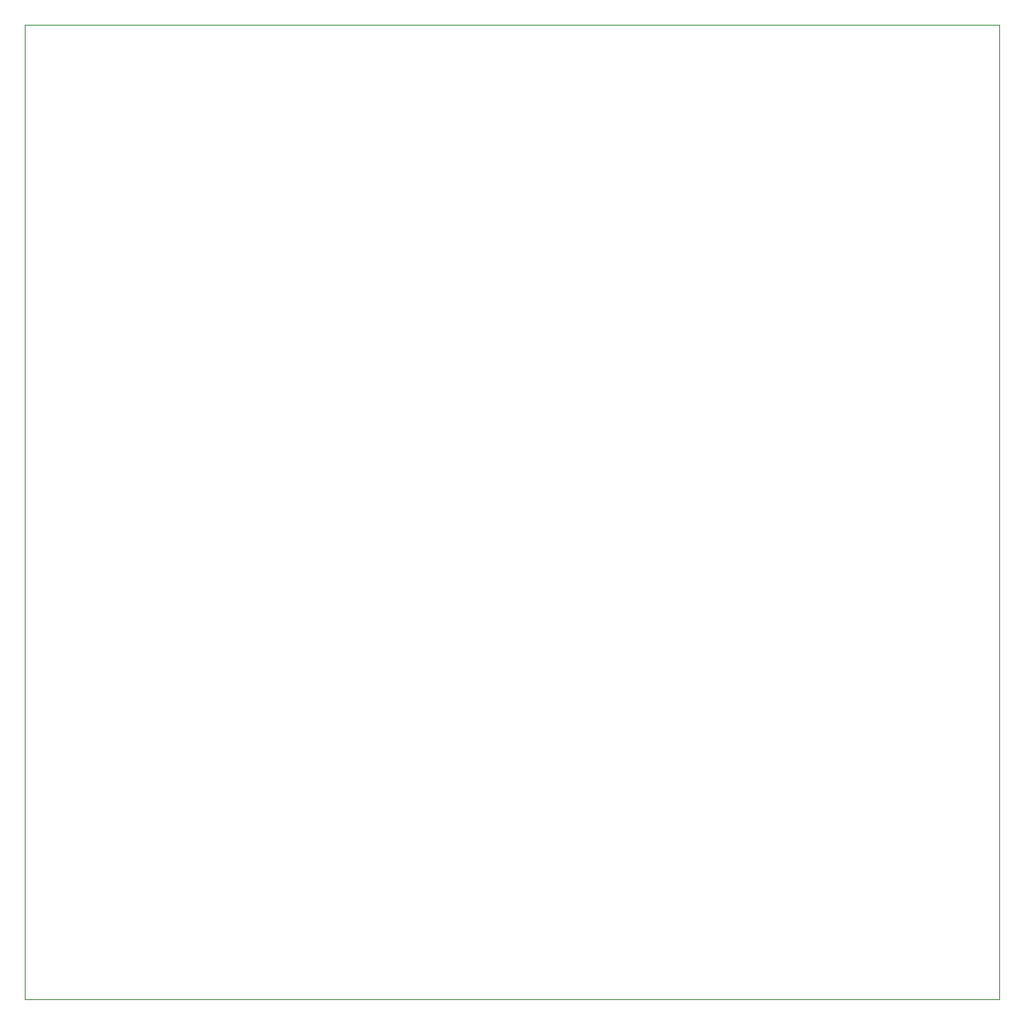
<source format=gbr>
G04 #@! TF.GenerationSoftware,KiCad,Pcbnew,(5.1.4)-1*
G04 #@! TF.CreationDate,2022-07-21T15:03:29-04:00*
G04 #@! TF.ProjectId,Layer3,4c617965-7233-42e6-9b69-6361645f7063,rev?*
G04 #@! TF.SameCoordinates,Original*
G04 #@! TF.FileFunction,Profile,NP*
%FSLAX46Y46*%
G04 Gerber Fmt 4.6, Leading zero omitted, Abs format (unit mm)*
G04 Created by KiCad (PCBNEW (5.1.4)-1) date 2022-07-21 15:03:29*
%MOMM*%
%LPD*%
G04 APERTURE LIST*
%ADD10C,0.050000*%
G04 APERTURE END LIST*
D10*
X28409900Y-27152600D02*
X28409900Y-127101600D01*
X128358900Y-27152600D02*
X28409900Y-27152600D01*
X28409900Y-127101600D02*
X128358900Y-127101600D01*
X128358900Y-127101600D02*
X128358900Y-27152600D01*
M02*

</source>
